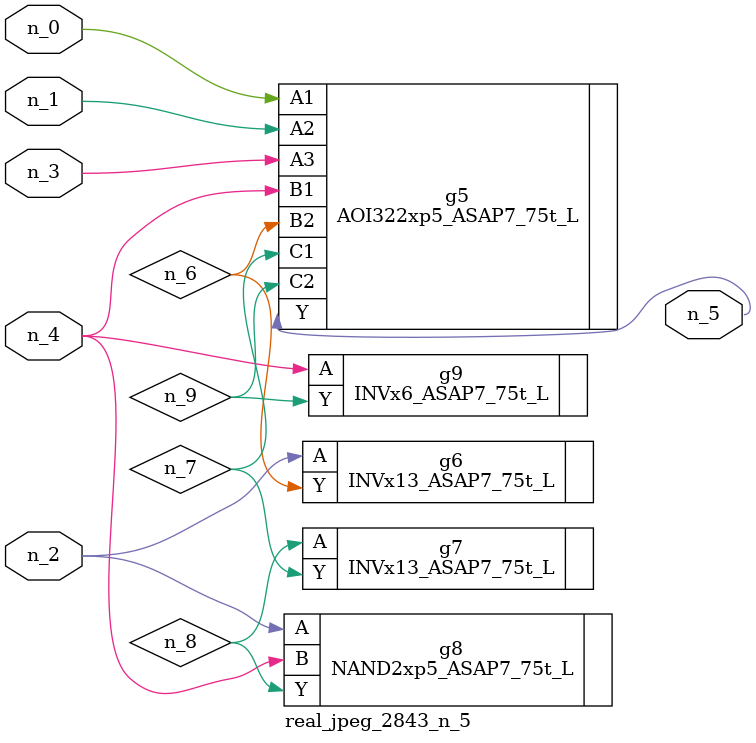
<source format=v>
module real_jpeg_2843_n_5 (n_4, n_0, n_1, n_2, n_3, n_5);

input n_4;
input n_0;
input n_1;
input n_2;
input n_3;

output n_5;

wire n_8;
wire n_6;
wire n_7;
wire n_9;

AOI322xp5_ASAP7_75t_L g5 ( 
.A1(n_0),
.A2(n_1),
.A3(n_3),
.B1(n_4),
.B2(n_6),
.C1(n_7),
.C2(n_9),
.Y(n_5)
);

INVx13_ASAP7_75t_L g6 ( 
.A(n_2),
.Y(n_6)
);

NAND2xp5_ASAP7_75t_L g8 ( 
.A(n_2),
.B(n_4),
.Y(n_8)
);

INVx6_ASAP7_75t_L g9 ( 
.A(n_4),
.Y(n_9)
);

INVx13_ASAP7_75t_L g7 ( 
.A(n_8),
.Y(n_7)
);


endmodule
</source>
